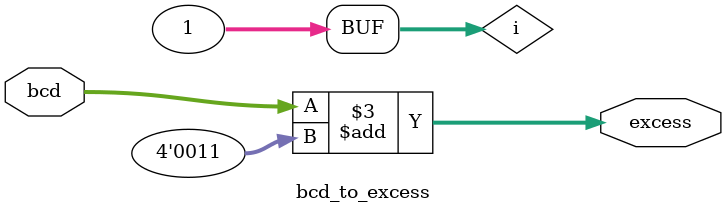
<source format=v>
module bcd_to_excess #(parameter n=1)(input [4*n-1:0]bcd, output reg [4*n-1:0]excess);
integer i;
always @(*) begin
    for(i=0;i<n;i=i+1) begin
        excess[4*i +: 4] = bcd[4*i +: 4] + 4'd3;
    end
end
endmodule

</source>
